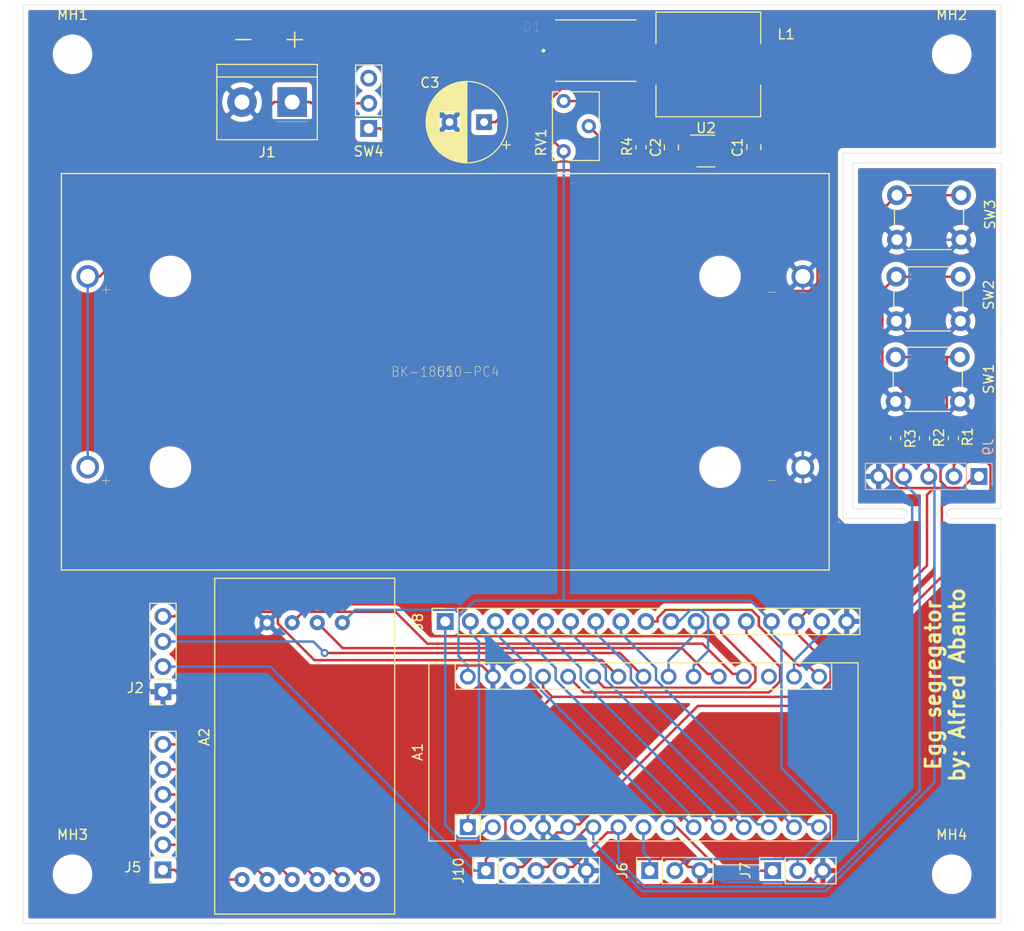
<source format=kicad_pcb>
(kicad_pcb (version 20171130) (host pcbnew "(5.1.6)-1")
  (layers (0 F.Cu signal) (31 B.Cu signal) (34 B.Paste user) (35 F.Paste user) (36 B.SilkS user) (37 F.SilkS user) (38 B.Mask user) (39 F.Mask user) (44 Edge.Cuts user))
  (net 0 "")
  (net 1 /D1)
  (net 2 +3V3)
  (net 3 /D0)
  (net 4 "Net-(A1-Pad18)")
  (net 5 "Net-(A1-Pad3)")
  (net 6 /DT)
  (net 7 GND)
  (net 8 /SCK)
  (net 9 /Menu_btn)
  (net 10 /A2)
  (net 11 /Left_btn)
  (net 12 /A3)
  (net 13 /Right_btn)
  (net 14 /SDA)
  (net 15 /PWM1)
  (net 16 /SCL)
  (net 17 /PWM2)
  (net 18 /A4)
  (net 19 /D7)
  (net 20 /A5)
  (net 21 /D8)
  (net 22 +5V)
  (net 23 /D9)
  (net 24 "Net-(A1-Pad28)")
  (net 25 /D10)
  (net 26 /D11)
  (net 27 VCC)
  (net 28 /D12)
  (net 29 /D13)
  (net 30 "Net-(C1-Pad1)")
  (net 31 "Net-(D1-PadA)")
  (net 32 "Net-(J1-Pad1)")
  (net 33 /E+)
  (net 34 /E-)
  (net 35 /A-)
  (net 36 /A+)
  (net 37 /B-)
  (net 38 /B+)
  (net 39 "Net-(R4-Pad1)")
  (net 40 "Net-(RV1-Pad2)")
  (net 41 "Net-(SW4-Pad3)")
  (net 42 "Net-(U2-Pad6)")
  (module Module:Arduino_Nano (layer F.Cu) (at 136.017 118.237 90)
    (fp_text reference A1 (at 7.62 -5.08 90) (layer F.SilkS))
    (fp_text value Arduino_Nano_v3.x)
    (pad 1 thru_hole rect (at 0 0 90) (size 1.6 1.6) (drill 1) (layers *.Cu *.Mask) (net 1 /D1))
    (pad 17 thru_hole oval (at 15.24 33.02 90) (size 1.6 1.6) (drill 1) (layers *.Cu *.Mask) (net 2 +3V3))
    (pad 2 thru_hole oval (at 0 2.54 90) (size 1.6 1.6) (drill 1) (layers *.Cu *.Mask) (net 3 /D0))
    (pad 18 thru_hole oval (at 15.24 30.48 90) (size 1.6 1.6) (drill 1) (layers *.Cu *.Mask) (net 4 "Net-(A1-Pad18)"))
    (pad 3 thru_hole oval (at 0 5.08 90) (size 1.6 1.6) (drill 1) (layers *.Cu *.Mask) (net 5 "Net-(A1-Pad3)"))
    (pad 19 thru_hole oval (at 15.24 27.94 90) (size 1.6 1.6) (drill 1) (layers *.Cu *.Mask) (net 6 /DT))
    (pad 4 thru_hole oval (at 0 7.62 90) (size 1.6 1.6) (drill 1) (layers *.Cu *.Mask) (net 7 GND))
    (pad 20 thru_hole oval (at 15.24 25.4 90) (size 1.6 1.6) (drill 1) (layers *.Cu *.Mask) (net 8 /SCK))
    (pad 5 thru_hole oval (at 0 10.16 90) (size 1.6 1.6) (drill 1) (layers *.Cu *.Mask) (net 9 /Menu_btn))
    (pad 21 thru_hole oval (at 15.24 22.86 90) (size 1.6 1.6) (drill 1) (layers *.Cu *.Mask) (net 10 /A2))
    (pad 6 thru_hole oval (at 0 12.7 90) (size 1.6 1.6) (drill 1) (layers *.Cu *.Mask) (net 11 /Left_btn))
    (pad 22 thru_hole oval (at 15.24 20.32 90) (size 1.6 1.6) (drill 1) (layers *.Cu *.Mask) (net 12 /A3))
    (pad 7 thru_hole oval (at 0 15.24 90) (size 1.6 1.6) (drill 1) (layers *.Cu *.Mask) (net 13 /Right_btn))
    (pad 23 thru_hole oval (at 15.24 17.78 90) (size 1.6 1.6) (drill 1) (layers *.Cu *.Mask) (net 14 /SDA))
    (pad 8 thru_hole oval (at 0 17.78 90) (size 1.6 1.6) (drill 1) (layers *.Cu *.Mask) (net 15 /PWM1))
    (pad 24 thru_hole oval (at 15.24 15.24 90) (size 1.6 1.6) (drill 1) (layers *.Cu *.Mask) (net 16 /SCL))
    (pad 9 thru_hole oval (at 0 20.32 90) (size 1.6 1.6) (drill 1) (layers *.Cu *.Mask) (net 17 /PWM2))
    (pad 25 thru_hole oval (at 15.24 12.7 90) (size 1.6 1.6) (drill 1) (layers *.Cu *.Mask) (net 18 /A4))
    (pad 10 thru_hole oval (at 0 22.86 90) (size 1.6 1.6) (drill 1) (layers *.Cu *.Mask) (net 19 /D7))
    (pad 26 thru_hole oval (at 15.24 10.16 90) (size 1.6 1.6) (drill 1) (layers *.Cu *.Mask) (net 20 /A5))
    (pad 11 thru_hole oval (at 0 25.4 90) (size 1.6 1.6) (drill 1) (layers *.Cu *.Mask) (net 21 /D8))
    (pad 27 thru_hole oval (at 15.24 7.62 90) (size 1.6 1.6) (drill 1) (layers *.Cu *.Mask) (net 22 +5V))
    (pad 12 thru_hole oval (at 0 27.94 90) (size 1.6 1.6) (drill 1) (layers *.Cu *.Mask) (net 23 /D9))
    (pad 28 thru_hole oval (at 15.24 5.08 90) (size 1.6 1.6) (drill 1) (layers *.Cu *.Mask) (net 24 "Net-(A1-Pad28)"))
    (pad 13 thru_hole oval (at 0 30.48 90) (size 1.6 1.6) (drill 1) (layers *.Cu *.Mask) (net 25 /D10))
    (pad 29 thru_hole oval (at 15.24 2.54 90) (size 1.6 1.6) (drill 1) (layers *.Cu *.Mask) (net 7 GND))
    (pad 14 thru_hole oval (at 0 33.02 90) (size 1.6 1.6) (drill 1) (layers *.Cu *.Mask) (net 26 /D11))
    (pad 30 thru_hole oval (at 15.24 0 90) (size 1.6 1.6) (drill 1) (layers *.Cu *.Mask) (net 27 VCC))
    (pad 15 thru_hole oval (at 0 35.56 90) (size 1.6 1.6) (drill 1) (layers *.Cu *.Mask) (net 28 /D12))
    (pad 16 thru_hole oval (at 15.24 35.56 90) (size 1.6 1.6) (drill 1) (layers *.Cu *.Mask) (net 29 /D13))
  )
  (module MountingHole:MountingHole_3mm (layer F.Cu) (at 185 123)
    (fp_text reference MH4 (at 0 -4) (layer F.SilkS))
    (fp_text value MountingHole_3mm)
    (pad 1 np_thru_hole circle (at 0 0) (size 3 3) (drill 3) (layers *.Cu *.Mask))
  )
  (module MountingHole:MountingHole_3mm (layer F.Cu) (at 185 40)
    (fp_text reference MH2 (at 0 -4) (layer F.SilkS))
    (fp_text value MountingHole_3mm)
    (pad 1 np_thru_hole circle (at 0 0) (size 3 3) (drill 3) (layers *.Cu *.Mask))
  )
  (module MountingHole:MountingHole_3mm (layer F.Cu) (at 96 123)
    (fp_text reference MH3 (at 0 -4) (layer F.SilkS))
    (fp_text value MountingHole_3mm)
    (pad 1 np_thru_hole circle (at 0 0) (size 3 3) (drill 3) (layers *.Cu *.Mask))
  )
  (module MountingHole:MountingHole_3mm (layer F.Cu) (at 96 40)
    (fp_text reference MH1 (at 0 -4) (layer F.SilkS))
    (fp_text value MountingHole_3mm)
    (pad 1 np_thru_hole circle (at 0 0) (size 3 3) (drill 3) (layers *.Cu *.Mask))
  )
  (module Capacitor_SMD:C_0805_2012Metric_Pad1.15x1.40mm_HandSolder (layer F.Cu) (at 164.973 49.403 270)
    (fp_text reference C1 (at 0.0254 1.651 270) (layer F.SilkS))
    (fp_text value 22uF)
    (pad 2 smd roundrect (at 1.025 0 270) (size 1.15 1.4) (layers F.Cu F.Paste F.Mask) (roundrect_rratio 0.217391) (net 7 GND))
    (pad 1 smd roundrect (at -1.025 0 270) (size 1.15 1.4) (layers F.Cu F.Paste F.Mask) (roundrect_rratio 0.217391) (net 30 "Net-(C1-Pad1)"))
  )
  (module Capacitor_SMD:C_0805_2012Metric_Pad1.15x1.40mm_HandSolder (layer F.Cu) (at 156.629 49.4284 270)
    (fp_text reference C2 (at 0.0127 1.5875 270) (layer F.SilkS))
    (fp_text value 22uF)
    (pad 1 smd roundrect (at -1.025 0 270) (size 1.15 1.4) (layers F.Cu F.Paste F.Mask) (roundrect_rratio 0.217391) (net 27 VCC))
    (pad 2 smd roundrect (at 1.025 0 270) (size 1.15 1.4) (layers F.Cu F.Paste F.Mask) (roundrect_rratio 0.217391) (net 7 GND))
  )
  (module Capacitor_THT:CP_Radial_D8.0mm_P3.50mm (layer F.Cu) (at 137.668 46.863 180)
    (fp_text reference C3 (at 5.4864 3.9878) (layer F.SilkS))
    (fp_text value 100uF)
    (pad 1 thru_hole rect (at 0 0 180) (size 1.6 1.6) (drill 0.8) (layers *.Cu *.Mask) (net 27 VCC))
    (pad 2 thru_hole circle (at 3.5 0 180) (size 1.6 1.6) (drill 0.8) (layers *.Cu *.Mask) (net 7 GND))
  )
  (module SS34-E3_57T:DIOM7959X262N (layer F.Cu) (at 148.971 39.624)
    (fp_text reference D1 (at -6.477 -2.413) (layer F.SilkS) (effects (font (thickness 0.015))))
    (fp_text value SS34-E3_57T)
    (pad C smd rect (at -3.485 0) (size 2.18 3.12) (layers F.Cu F.Paste F.Mask) (net 27 VCC))
    (pad A smd rect (at 3.485 0) (size 2.18 3.12) (layers F.Cu F.Paste F.Mask) (net 31 "Net-(D1-PadA)"))
  )
  (module TerminalBlock:TerminalBlock_bornier-2_P5.08mm (layer F.Cu) (at 118.237 44.831 180)
    (fp_text reference J1 (at 2.54 -5.08) (layer F.SilkS))
    (fp_text value V_charge)
    (pad 1 thru_hole rect (at 0 0 180) (size 3 3) (drill 1.52) (layers *.Cu *.Mask) (net 32 "Net-(J1-Pad1)"))
    (pad 2 thru_hole circle (at 5.08 0 180) (size 3 3) (drill 1.52) (layers *.Cu *.Mask) (net 7 GND))
  )
  (module Connector_PinSocket_2.54mm:PinSocket_1x04_P2.54mm_Vertical (layer F.Cu) (at 105.156 104.521 180)
    (fp_text reference J2 (at 2.794 0.381) (layer F.SilkS))
    (fp_text value I2C_LCD)
    (pad 4 thru_hole oval (at 0 7.62 180) (size 1.7 1.7) (drill 1) (layers *.Cu *.Mask) (net 16 /SCL))
    (pad 3 thru_hole oval (at 0 5.08 180) (size 1.7 1.7) (drill 1) (layers *.Cu *.Mask) (net 14 /SDA))
    (pad 2 thru_hole oval (at 0 2.54 180) (size 1.7 1.7) (drill 1) (layers *.Cu *.Mask) (net 22 +5V))
    (pad 1 thru_hole rect (at 0 0 180) (size 1.7 1.7) (drill 1) (layers *.Cu *.Mask) (net 7 GND))
  )
  (module Connector_PinSocket_2.54mm:PinSocket_1x06_P2.54mm_Vertical (layer F.Cu) (at 105.156 122.555 180)
    (fp_text reference J5 (at 3.048 0.254) (layer F.SilkS))
    (fp_text value Loadcell)
    (pad 6 thru_hole oval (at 0 12.7 180) (size 1.7 1.7) (drill 1) (layers *.Cu *.Mask) (net 38 /B+))
    (pad 5 thru_hole oval (at 0 10.16 180) (size 1.7 1.7) (drill 1) (layers *.Cu *.Mask) (net 37 /B-))
    (pad 4 thru_hole oval (at 0 7.62 180) (size 1.7 1.7) (drill 1) (layers *.Cu *.Mask) (net 36 /A+))
    (pad 3 thru_hole oval (at 0 5.08 180) (size 1.7 1.7) (drill 1) (layers *.Cu *.Mask) (net 35 /A-))
    (pad 2 thru_hole oval (at 0 2.54 180) (size 1.7 1.7) (drill 1) (layers *.Cu *.Mask) (net 34 /E-))
    (pad 1 thru_hole rect (at 0 0 180) (size 1.7 1.7) (drill 1) (layers *.Cu *.Mask) (net 33 /E+))
  )
  (module Connector_PinSocket_2.54mm:PinSocket_1x03_P2.54mm_Vertical (layer F.Cu) (at 154.432 122.631 90)
    (fp_text reference J6 (at 0 -2.77 90) (layer F.SilkS))
    (fp_text value Servo1)
    (pad 1 thru_hole rect (at 0 0 90) (size 1.7 1.7) (drill 1) (layers *.Cu *.Mask) (net 15 /PWM1))
    (pad 2 thru_hole oval (at 0 2.54 90) (size 1.7 1.7) (drill 1) (layers *.Cu *.Mask) (net 27 VCC))
    (pad 3 thru_hole oval (at 0 5.08 90) (size 1.7 1.7) (drill 1) (layers *.Cu *.Mask) (net 7 GND))
  )
  (module Connector_PinSocket_2.54mm:PinSocket_1x03_P2.54mm_Vertical (layer F.Cu) (at 166.878 122.631 90)
    (fp_text reference J7 (at 0 -2.77 90) (layer F.SilkS))
    (fp_text value Servo2)
    (pad 3 thru_hole oval (at 0 5.08 90) (size 1.7 1.7) (drill 1) (layers *.Cu *.Mask) (net 7 GND))
    (pad 2 thru_hole oval (at 0 2.54 90) (size 1.7 1.7) (drill 1) (layers *.Cu *.Mask) (net 27 VCC))
    (pad 1 thru_hole rect (at 0 0 90) (size 1.7 1.7) (drill 1) (layers *.Cu *.Mask) (net 17 /PWM2))
  )
  (module Connector_PinSocket_2.54mm:PinSocket_1x17_P2.54mm_Vertical (layer F.Cu) (at 133.731 97.409 90)
    (fp_text reference J8 (at 0 -2.77 90) (layer F.SilkS))
    (fp_text value Break_out)
    (pad 1 thru_hole rect (at 0 0 90) (size 1.7 1.7) (drill 1) (layers *.Cu *.Mask) (net 3 /D0))
    (pad 2 thru_hole oval (at 0 2.54 90) (size 1.7 1.7) (drill 1) (layers *.Cu *.Mask) (net 1 /D1))
    (pad 3 thru_hole oval (at 0 5.08 90) (size 1.7 1.7) (drill 1) (layers *.Cu *.Mask) (net 19 /D7))
    (pad 4 thru_hole oval (at 0 7.62 90) (size 1.7 1.7) (drill 1) (layers *.Cu *.Mask) (net 21 /D8))
    (pad 5 thru_hole oval (at 0 10.16 90) (size 1.7 1.7) (drill 1) (layers *.Cu *.Mask) (net 23 /D9))
    (pad 6 thru_hole oval (at 0 12.7 90) (size 1.7 1.7) (drill 1) (layers *.Cu *.Mask) (net 25 /D10))
    (pad 7 thru_hole oval (at 0 15.24 90) (size 1.7 1.7) (drill 1) (layers *.Cu *.Mask) (net 26 /D11))
    (pad 8 thru_hole oval (at 0 17.78 90) (size 1.7 1.7) (drill 1) (layers *.Cu *.Mask) (net 28 /D12))
    (pad 9 thru_hole oval (at 0 20.32 90) (size 1.7 1.7) (drill 1) (layers *.Cu *.Mask) (net 29 /D13))
    (pad 10 thru_hole oval (at 0 22.86 90) (size 1.7 1.7) (drill 1) (layers *.Cu *.Mask) (net 10 /A2))
    (pad 11 thru_hole oval (at 0 25.4 90) (size 1.7 1.7) (drill 1) (layers *.Cu *.Mask) (net 12 /A3))
    (pad 12 thru_hole oval (at 0 27.94 90) (size 1.7 1.7) (drill 1) (layers *.Cu *.Mask) (net 18 /A4))
    (pad 13 thru_hole oval (at 0 30.48 90) (size 1.7 1.7) (drill 1) (layers *.Cu *.Mask) (net 20 /A5))
    (pad 14 thru_hole oval (at 0 33.02 90) (size 1.7 1.7) (drill 1) (layers *.Cu *.Mask) (net 27 VCC))
    (pad 15 thru_hole oval (at 0 35.56 90) (size 1.7 1.7) (drill 1) (layers *.Cu *.Mask) (net 22 +5V))
    (pad 16 thru_hole oval (at 0 38.1 90) (size 1.7 1.7) (drill 1) (layers *.Cu *.Mask) (net 2 +3V3))
    (pad 17 thru_hole oval (at 0 40.64 90) (size 1.7 1.7) (drill 1) (layers *.Cu *.Mask) (net 7 GND))
  )
  (module Inductor_SMD:L_10.4x10.4_H4.8 (layer F.Cu) (at 160.363 41.021 180)
    (fp_text reference L1 (at -7.874 3.048) (layer F.SilkS))
    (fp_text value 22uH)
    (pad 1 smd rect (at -4.15 0 180) (size 2.7 3.6) (layers F.Cu F.Paste F.Mask) (net 30 "Net-(C1-Pad1)"))
    (pad 2 smd rect (at 4.15 0 180) (size 2.7 3.6) (layers F.Cu F.Paste F.Mask) (net 31 "Net-(D1-PadA)"))
  )
  (module Resistor_SMD:R_0603_1608Metric_Pad1.05x0.95mm_HandSolder (layer F.Cu) (at 185.166 78.867 90)
    (fp_text reference R1 (at 0.1524 1.4478 270) (layer F.SilkS))
    (fp_text value 1K)
    (pad 1 smd roundrect (at -0.875 0 90) (size 1.05 0.95) (layers F.Cu F.Paste F.Mask) (net 22 +5V))
    (pad 2 smd roundrect (at 0.875 0 90) (size 1.05 0.95) (layers F.Cu F.Paste F.Mask) (net 9 /Menu_btn))
  )
  (module Resistor_SMD:R_0603_1608Metric_Pad1.05x0.95mm_HandSolder (layer F.Cu) (at 182.245 78.867 90)
    (fp_text reference R2 (at 0.0508 1.4732 270) (layer F.SilkS))
    (fp_text value 1K)
    (pad 2 smd roundrect (at 0.875 0 90) (size 1.05 0.95) (layers F.Cu F.Paste F.Mask) (net 11 /Left_btn))
    (pad 1 smd roundrect (at -0.875 0 90) (size 1.05 0.95) (layers F.Cu F.Paste F.Mask) (net 22 +5V))
  )
  (module Resistor_SMD:R_0603_1608Metric_Pad1.05x0.95mm_HandSolder (layer F.Cu) (at 179.324 78.867 90)
    (fp_text reference R3 (at -0.0508 1.4986 90) (layer F.SilkS))
    (fp_text value 1K)
    (pad 1 smd roundrect (at -0.875 0 90) (size 1.05 0.95) (layers F.Cu F.Paste F.Mask) (net 22 +5V))
    (pad 2 smd roundrect (at 0.875 0 90) (size 1.05 0.95) (layers F.Cu F.Paste F.Mask) (net 13 /Right_btn))
  )
  (module Resistor_SMD:R_0603_1608Metric_Pad1.05x0.95mm_HandSolder (layer F.Cu) (at 153.543 49.403 270)
    (fp_text reference R4 (at -0.0635 1.397 270) (layer F.SilkS))
    (fp_text value 2.2K)
    (pad 2 smd roundrect (at 0.875 0 270) (size 1.05 0.95) (layers F.Cu F.Paste F.Mask) (net 7 GND))
    (pad 1 smd roundrect (at -0.875 0 270) (size 1.05 0.95) (layers F.Cu F.Paste F.Mask) (net 39 "Net-(R4-Pad1)"))
  )
  (module Potentiometer_THT:Potentiometer_Bourns_3266W_Vertical (layer F.Cu) (at 145.72 44.7294 90)
    (fp_text reference RV1 (at -4.191 -2.286 90) (layer F.SilkS))
    (fp_text value 100K)
    (pad 1 thru_hole circle (at 0 0 90) (size 1.44 1.44) (drill 0.8) (layers *.Cu *.Mask) (net 39 "Net-(R4-Pad1)"))
    (pad 2 thru_hole circle (at -2.54 2.54 90) (size 1.44 1.44) (drill 0.8) (layers *.Cu *.Mask) (net 40 "Net-(RV1-Pad2)"))
    (pad 3 thru_hole circle (at -5.08 0 90) (size 1.44 1.44) (drill 0.8) (layers *.Cu *.Mask) (net 27 VCC))
  )
  (module Button_Switch_THT:SW_PUSH_6mm (layer F.Cu) (at 185.826 75.1459 180)
    (fp_text reference SW1 (at -2.921 2.286 90) (layer F.SilkS))
    (fp_text value Menu_btn)
    (pad 2 thru_hole circle (at 0 4.5 270) (size 2 2) (drill 1.1) (layers *.Cu *.Mask) (net 9 /Menu_btn))
    (pad 1 thru_hole circle (at 0 0 270) (size 2 2) (drill 1.1) (layers *.Cu *.Mask) (net 7 GND))
    (pad 2 thru_hole circle (at 6.5 4.5 270) (size 2 2) (drill 1.1) (layers *.Cu *.Mask) (net 9 /Menu_btn))
    (pad 1 thru_hole circle (at 6.5 0 270) (size 2 2) (drill 1.1) (layers *.Cu *.Mask) (net 7 GND))
  )
  (module Button_Switch_THT:SW_PUSH_6mm (layer F.Cu) (at 185.891 67.0089 180)
    (fp_text reference SW2 (at -2.856001 2.657999 90) (layer F.SilkS))
    (fp_text value Left_btn)
    (pad 1 thru_hole circle (at 6.5 0 270) (size 2 2) (drill 1.1) (layers *.Cu *.Mask) (net 7 GND))
    (pad 2 thru_hole circle (at 6.5 4.5 270) (size 2 2) (drill 1.1) (layers *.Cu *.Mask) (net 11 /Left_btn))
    (pad 1 thru_hole circle (at 0 0 270) (size 2 2) (drill 1.1) (layers *.Cu *.Mask) (net 7 GND))
    (pad 2 thru_hole circle (at 0 4.5 270) (size 2 2) (drill 1.1) (layers *.Cu *.Mask) (net 11 /Left_btn))
  )
  (module Button_Switch_THT:SW_PUSH_6mm (layer F.Cu) (at 185.953 58.7629 180)
    (fp_text reference SW3 (at -2.921 2.54 90) (layer F.SilkS))
    (fp_text value Right_btn)
    (pad 2 thru_hole circle (at 0 4.5 270) (size 2 2) (drill 1.1) (layers *.Cu *.Mask) (net 13 /Right_btn))
    (pad 1 thru_hole circle (at 0 0 270) (size 2 2) (drill 1.1) (layers *.Cu *.Mask) (net 7 GND))
    (pad 2 thru_hole circle (at 6.5 4.5 270) (size 2 2) (drill 1.1) (layers *.Cu *.Mask) (net 13 /Right_btn))
    (pad 1 thru_hole circle (at 6.5 0 270) (size 2 2) (drill 1.1) (layers *.Cu *.Mask) (net 7 GND))
  )
  (module Connector_PinHeader_2.54mm:PinHeader_1x03_P2.54mm_Vertical (layer F.Cu) (at 125.984 47.498 180)
    (fp_text reference SW4 (at 0 -2.33) (layer F.SilkS))
    (fp_text value PWR_SW)
    (pad 1 thru_hole rect (at 0 0 180) (size 1.7 1.7) (drill 1) (layers *.Cu *.Mask) (net 30 "Net-(C1-Pad1)"))
    (pad 2 thru_hole oval (at 0 2.54 180) (size 1.7 1.7) (drill 1) (layers *.Cu *.Mask) (net 32 "Net-(J1-Pad1)"))
    (pad 3 thru_hole oval (at 0 5.08 180) (size 1.7 1.7) (drill 1) (layers *.Cu *.Mask) (net 41 "Net-(SW4-Pad3)"))
  )
  (module BK-18650-PC4:18650-PC4 (layer F.Cu) (at 133.731 72.136)
    (fp_text reference U1 (at 0 0) (layer F.SilkS) (effects (font (size 1 0.9) (thickness 0.05))))
    (fp_text value BK-18650-PC4 (at 0 0) (layer F.SilkS) (effects (font (size 1 0.9) (thickness 0.05))))
    (fp_text user + (at -34.3348 -8.39295) (layer F.SilkS) (effects (font (thickness 0.05))))
    (fp_text user + (at -34.3377 10.9372) (layer F.SilkS) (effects (font (thickness 0.05))))
    (fp_text user - (at 33.0486 -8.13503) (layer F.SilkS) (effects (font (thickness 0.05))))
    (fp_text user - (at 33.0231 10.923) (layer F.SilkS) (effects (font (thickness 0.05))))
    (pad +1 thru_hole circle (at -36.195 -9.652) (size 2.286 2.286) (drill 1.524) (layers *.Cu *.Mask) (net 32 "Net-(J1-Pad1)"))
    (pad 1 thru_hole circle (at 36.195 -9.652) (size 2.286 2.286) (drill 1.524) (layers *.Cu *.Mask) (net 7 GND))
    (pad 2 thru_hole circle (at 36.195 9.652) (size 2.286 2.286) (drill 1.524) (layers *.Cu *.Mask) (net 7 GND))
    (pad +2 thru_hole circle (at -36.195 9.652) (size 2.286 2.286) (drill 1.524) (layers *.Cu *.Mask) (net 32 "Net-(J1-Pad1)"))
    (pad Hole np_thru_hole circle (at -27.813 -9.652) (size 3.2004 3.2004) (drill 3.2004) (layers *.Cu *.Mask F.SilkS))
    (pad Hole np_thru_hole circle (at -27.813 9.652) (size 3.2004 3.2004) (drill 3.2004) (layers *.Cu *.Mask F.SilkS))
    (pad Hole np_thru_hole circle (at 27.813 9.652) (size 3.2004 3.2004) (drill 3.2004) (layers *.Cu *.Mask F.SilkS))
    (pad Hole np_thru_hole circle (at 27.813 -9.652) (size 3.2004 3.2004) (drill 3.2004) (layers *.Cu *.Mask F.SilkS))
  )
  (module Package_TO_SOT_SMD:SOT-23-6 (layer F.Cu) (at 160.109 49.784)
    (fp_text reference U2 (at 0.012501 -2.327499) (layer F.SilkS))
    (fp_text value MT3608)
    (pad 1 smd rect (at -1.1 -0.95) (size 1.06 0.65) (layers F.Cu F.Paste F.Mask) (net 31 "Net-(D1-PadA)"))
    (pad 2 smd rect (at -1.1 0) (size 1.06 0.65) (layers F.Cu F.Paste F.Mask) (net 7 GND))
    (pad 3 smd rect (at -1.1 0.95) (size 1.06 0.65) (layers F.Cu F.Paste F.Mask) (net 40 "Net-(RV1-Pad2)"))
    (pad 4 smd rect (at 1.1 0.95) (size 1.06 0.65) (layers F.Cu F.Paste F.Mask) (net 30 "Net-(C1-Pad1)"))
    (pad 6 smd rect (at 1.1 -0.95) (size 1.06 0.65) (layers F.Cu F.Paste F.Mask) (net 42 "Net-(U2-Pad6)"))
    (pad 5 smd rect (at 1.1 0) (size 1.06 0.65) (layers F.Cu F.Paste F.Mask) (net 30 "Net-(C1-Pad1)"))
  )
  (module Generic_Hx711_module:Generic_Hx711_module (layer F.Cu) (at 115.697 97.536 90)
    (fp_text reference A2 (at -11.557 -6.35 90) (layer F.SilkS))
    (fp_text value Generi_Hx711_module)
    (pad 1 thru_hole circle (at 0 0 90) (size 1.524 1.524) (drill 0.762) (layers *.Cu *.Mask) (net 7 GND))
    (pad 2 thru_hole circle (at 0 2.54 90) (size 1.524 1.524) (drill 0.762) (layers *.Cu *.Mask) (net 6 /DT))
    (pad 3 thru_hole circle (at 0 5.08 90) (size 1.524 1.524) (drill 0.762) (layers *.Cu *.Mask) (net 8 /SCK))
    (pad 4 thru_hole circle (at 0 7.62 90) (size 1.524 1.524) (drill 0.762) (layers *.Cu *.Mask) (net 27 VCC))
    (pad 6 thru_hole circle (at -26 0 90) (size 1.524 1.524) (drill 0.762) (layers *.Cu *.Mask) (net 34 /E-))
    (pad 7 thru_hole circle (at -26 2.54 90) (size 1.524 1.524) (drill 0.762) (layers *.Cu *.Mask) (net 35 /A-))
    (pad 8 thru_hole circle (at -26 5.08 90) (size 1.524 1.524) (drill 0.762) (layers *.Cu *.Mask) (net 36 /A+))
    (pad 9 thru_hole circle (at -26 7.62 90) (size 1.524 1.524) (drill 0.762) (layers *.Cu *.Mask) (net 37 /B-))
    (pad 10 thru_hole circle (at -26 10.16 90) (size 1.524 1.524) (drill 0.762) (layers *.Cu *.Mask) (net 38 /B+))
    (pad 5 thru_hole circle (at -26 -2.54 90) (size 1.524 1.524) (drill 0.762) (layers *.Cu *.Mask) (net 33 /E+))
  )
  (module Connector_PinSocket_2.54mm:PinSocket_1x05_P2.54mm_Vertical (layer B.Cu) (at 187.757 82.7278 90)
    (fp_text reference J9 (at 2.9718 0.9398 90) (layer B.SilkS) (effects (justify mirror)))
    (fp_text value Breakout_pinheader2)
    (pad 1 thru_hole rect (at 0 0 90) (size 1.7 1.7) (drill 1) (layers *.Cu *.Mask) (net 22 +5V))
    (pad 2 thru_hole oval (at 0 -2.54 90) (size 1.7 1.7) (drill 1) (layers *.Cu *.Mask) (net 9 /Menu_btn))
    (pad 3 thru_hole oval (at 0 -5.08 90) (size 1.7 1.7) (drill 1) (layers *.Cu *.Mask) (net 11 /Left_btn))
    (pad 4 thru_hole oval (at 0 -7.62 90) (size 1.7 1.7) (drill 1) (layers *.Cu *.Mask) (net 13 /Right_btn))
    (pad 5 thru_hole oval (at 0 -10.16 90) (size 1.7 1.7) (drill 1) (layers *.Cu *.Mask) (net 7 GND))
  )
  (module Connector_PinSocket_2.54mm:PinSocket_1x05_P2.54mm_Vertical (layer F.Cu) (at 137.846 122.631 90)
    (fp_text reference J10 (at 0 -2.77 90) (layer F.SilkS))
    (fp_text value Breakout_pinheader1)
    (pad 1 thru_hole rect (at 0 0 90) (size 1.7 1.7) (drill 1) (layers *.Cu *.Mask) (net 22 +5V))
    (pad 2 thru_hole oval (at 0 2.54 90) (size 1.7 1.7) (drill 1) (layers *.Cu *.Mask) (net 9 /Menu_btn))
    (pad 3 thru_hole oval (at 0 5.08 90) (size 1.7 1.7) (drill 1) (layers *.Cu *.Mask) (net 11 /Left_btn))
    (pad 4 thru_hole oval (at 0 7.62 90) (size 1.7 1.7) (drill 1) (layers *.Cu *.Mask) (net 13 /Right_btn))
    (pad 5 thru_hole oval (at 0 10.16 90) (size 1.7 1.7) (drill 1) (layers *.Cu *.Mask) (net 7 GND))
  )
  (gr_line (start 189.992 87) (end 185 87) (layer Edge.Cuts) (width 0.05))
  (gr_arc (start 185 86.5) (end 185 86) (angle -180) (layer Edge.Cuts) (width 0.05))
  (gr_arc (start 180 86.5) (end 180 87) (angle -180) (layer Edge.Cuts) (width 0.05))
  (gr_line (start 174 87) (end 180 87) (layer Edge.Cuts) (width 0.05))
  (gr_text "Egg segregator\nby: Alfred Abanto" (at 184.3405 103.8352 90) (layer F.SilkS) (effects (font (size 1.5 1.5) (thickness 0.3))))
  (gr_line (start 189.992 87) (end 190 128) (layer Edge.Cuts) (width 0.05))
  (gr_line (start 190 51) (end 189.992 86) (layer Edge.Cuts) (width 0.05))
  (gr_line (start 190 35) (end 190 50) (layer Edge.Cuts) (width 0.05))
  (gr_line (start 189.992 86) (end 185 86) (layer Edge.Cuts) (width 0.05))
  (gr_line (start 175 86) (end 180 86) (layer Edge.Cuts) (width 0.05))
  (gr_line (start 175 51) (end 175 86) (layer Edge.Cuts) (width 0.05))
  (gr_line (start 190 51) (end 175 51) (layer Edge.Cuts) (width 0.05))
  (gr_line (start 174 50) (end 174 87) (layer Edge.Cuts) (width 0.05))
  (gr_line (start 190 50) (end 174 50) (layer Edge.Cuts) (width 0.05))
  (gr_text - (at 113.284 38.354) (layer F.SilkS) (effects (font (size 2 2))))
  (gr_text + (at 118.491 38.354) (layer F.SilkS) (effects (font (size 2 2))))
  (gr_line (start 190 35) (end 91 35) (layer Edge.Cuts) (width 0.05))
  (gr_line (start 91 128) (end 91 35) (layer Edge.Cuts) (width 0.05))
  (gr_line (start 190 128) (end 91 128) (layer Edge.Cuts) (width 0.05))
  (segment (start 136.017 118.237) (end 136.017 117.1117) (width 0.25) (layer B.Cu) (net 1))
  (segment (start 136.271 97.409) (end 136.271 98.5843) (width 0.25) (layer B.Cu) (net 1))
  (segment (start 136.271 98.5843) (end 137.1423 99.4556) (width 0.25) (layer B.Cu) (net 1))
  (segment (start 137.1423 99.4556) (end 137.1423 115.9864) (width 0.25) (layer B.Cu) (net 1))
  (segment (start 137.1423 115.9864) (end 136.017 117.1117) (width 0.25) (layer B.Cu) (net 1))
  (segment (start 171.831 97.409) (end 171.831 98.5843) (width 0.25) (layer B.Cu) (net 2))
  (segment (start 171.831 98.5843) (end 169.037 101.3783) (width 0.25) (layer B.Cu) (net 2))
  (segment (start 169.037 101.3783) (end 169.037 102.997) (width 0.25) (layer B.Cu) (net 2))
  (segment (start 133.731 118.0115) (end 133.731 97.409) (width 0.25) (layer B.Cu) (net 3))
  (segment (start 137.0098 119.3623) (end 135.0818 119.3623) (width 0.25) (layer B.Cu) (net 3))
  (segment (start 135.0818 119.3623) (end 133.731 118.0115) (width 0.25) (layer B.Cu) (net 3))
  (segment (start 138.557 118.237) (end 138.1351 118.237) (width 0.25) (layer B.Cu) (net 3))
  (segment (start 138.1351 118.237) (end 137.0098 119.3623) (width 0.25) (layer B.Cu) (net 3))
  (segment (start 162.8317 102.7157) (end 159.775 99.659) (width 0.25) (layer F.Cu) (net 6))
  (segment (start 159.775 99.659) (end 131.9179 99.659) (width 0.25) (layer F.Cu) (net 6))
  (segment (start 131.9179 99.659) (end 128.6879 96.429) (width 0.25) (layer F.Cu) (net 6))
  (segment (start 128.6879 96.429) (end 119.344 96.429) (width 0.25) (layer F.Cu) (net 6))
  (segment (start 119.344 96.429) (end 118.237 97.536) (width 0.25) (layer F.Cu) (net 6))
  (segment (start 163.6757 102.7157) (end 163.957 102.997) (width 0.25) (layer F.Cu) (net 6))
  (segment (start 162.8317 102.7157) (end 163.6757 102.7157) (width 0.25) (layer F.Cu) (net 6))
  (segment (start 169.926 81.788) (end 169.926 62.484) (width 0.25) (layer B.Cu) (net 7))
  (segment (start 177.1003 90.603) (end 169.926 83.4287) (width 0.25) (layer B.Cu) (net 7))
  (segment (start 169.926 83.4287) (end 169.926 81.788) (width 0.25) (layer B.Cu) (net 7))
  (segment (start 180.7259 65.674) (end 179.391 67.0089) (width 0.25) (layer B.Cu) (net 7))
  (segment (start 180.7259 60.0358) (end 180.7259 65.674) (width 0.25) (layer B.Cu) (net 7))
  (segment (start 180.7259 65.674) (end 184.5561 65.674) (width 0.25) (layer B.Cu) (net 7))
  (segment (start 184.5561 65.674) (end 185.891 67.0089) (width 0.25) (layer B.Cu) (net 7))
  (segment (start 180.6601 74.4788) (end 185.1589 74.4788) (width 0.25) (layer B.Cu) (net 7))
  (segment (start 185.1589 74.4788) (end 185.826 75.1459) (width 0.25) (layer B.Cu) (net 7))
  (segment (start 179.326 75.1459) (end 179.9931 74.4788) (width 0.25) (layer B.Cu) (net 7))
  (segment (start 179.9931 74.4788) (end 180.6601 74.4788) (width 0.25) (layer B.Cu) (net 7))
  (segment (start 180.6601 74.4788) (end 180.6601 68.278) (width 0.25) (layer B.Cu) (net 7))
  (segment (start 180.6601 68.278) (end 179.391 67.0089) (width 0.25) (layer B.Cu) (net 7))
  (segment (start 148.006 122.631) (end 149.1813 122.631) (width 0.25) (layer F.Cu) (net 7))
  (segment (start 149.1813 122.631) (end 150.3566 121.4557) (width 0.25) (layer F.Cu) (net 7))
  (segment (start 150.3566 121.4557) (end 157.5288 121.4557) (width 0.25) (layer F.Cu) (net 7))
  (segment (start 157.5288 121.4557) (end 158.3367 122.2636) (width 0.25) (layer F.Cu) (net 7))
  (segment (start 115.697 97.536) (end 108.712 104.521) (width 0.25) (layer F.Cu) (net 7))
  (segment (start 108.712 104.521) (end 105.156 104.521) (width 0.25) (layer F.Cu) (net 7))
  (segment (start 179.453 58.7629) (end 180.7259 60.0358) (width 0.25) (layer B.Cu) (net 7))
  (segment (start 185.953 58.7629) (end 181.9988 58.7629) (width 0.25) (layer B.Cu) (net 7))
  (segment (start 181.9988 58.7629) (end 180.7259 60.0358) (width 0.25) (layer B.Cu) (net 7))
  (segment (start 174.371 97.409) (end 174.371 119.0427) (width 0.25) (layer B.Cu) (net 7))
  (segment (start 174.371 119.0427) (end 171.958 121.4557) (width 0.25) (layer B.Cu) (net 7))
  (segment (start 177.597 82.7278) (end 177.597 76.8749) (width 0.25) (layer B.Cu) (net 7))
  (segment (start 177.597 76.8749) (end 179.326 75.1459) (width 0.25) (layer B.Cu) (net 7))
  (segment (start 153.543 50.278) (end 152.9662 50.8548) (width 0.25) (layer F.Cu) (net 7))
  (segment (start 152.9662 50.8548) (end 138.1598 50.8548) (width 0.25) (layer F.Cu) (net 7))
  (segment (start 138.1598 50.8548) (end 134.168 46.863) (width 0.25) (layer F.Cu) (net 7))
  (segment (start 156.629 50.4534) (end 156.4536 50.278) (width 0.25) (layer F.Cu) (net 7))
  (segment (start 156.4536 50.278) (end 153.543 50.278) (width 0.25) (layer F.Cu) (net 7))
  (segment (start 134.168 46.863) (end 133.6276 46.3226) (width 0.25) (layer B.Cu) (net 7))
  (segment (start 133.6276 46.3226) (end 122.7839 46.3226) (width 0.25) (layer B.Cu) (net 7))
  (segment (start 122.7839 46.3226) (end 122.4272 46.6793) (width 0.25) (layer B.Cu) (net 7))
  (segment (start 122.4272 46.6793) (end 115.0053 46.6793) (width 0.25) (layer B.Cu) (net 7))
  (segment (start 115.0053 46.6793) (end 113.157 44.831) (width 0.25) (layer B.Cu) (net 7))
  (segment (start 174.371 97.409) (end 174.371 96.2337) (width 0.25) (layer B.Cu) (net 7))
  (segment (start 174.371 96.2337) (end 177.1003 93.5044) (width 0.25) (layer B.Cu) (net 7))
  (segment (start 177.1003 93.5044) (end 177.1003 90.603) (width 0.25) (layer B.Cu) (net 7))
  (segment (start 171.958 122.631) (end 171.958 121.4557) (width 0.25) (layer B.Cu) (net 7))
  (segment (start 159.8643 51.3844) (end 164.0166 51.3844) (width 0.25) (layer F.Cu) (net 7))
  (segment (start 156.629 50.4534) (end 157.56 51.3844) (width 0.25) (layer F.Cu) (net 7))
  (segment (start 157.56 51.3844) (end 159.8643 51.3844) (width 0.25) (layer F.Cu) (net 7))
  (segment (start 164.0166 51.3844) (end 164.973 50.428) (width 0.25) (layer F.Cu) (net 7))
  (segment (start 169.926 62.484) (end 164.0166 56.5746) (width 0.25) (layer F.Cu) (net 7))
  (segment (start 164.0166 56.5746) (end 164.0166 51.3844) (width 0.25) (layer F.Cu) (net 7))
  (segment (start 143.637 118.237) (end 143.637 117.1117) (width 0.25) (layer B.Cu) (net 7))
  (segment (start 138.557 102.997) (end 138.557 112.0317) (width 0.25) (layer B.Cu) (net 7))
  (segment (start 138.557 112.0317) (end 143.637 117.1117) (width 0.25) (layer B.Cu) (net 7))
  (segment (start 178.2278 82.7278) (end 177.597 82.7278) (width 0.25) (layer B.Cu) (net 7))
  (segment (start 181 85.5) (end 178.2278 82.7278) (width 0.25) (layer B.Cu) (net 7))
  (segment (start 177.1003 90.603) (end 178.897 90.603) (width 0.25) (layer B.Cu) (net 7))
  (segment (start 178.897 90.603) (end 181 88.5) (width 0.25) (layer B.Cu) (net 7))
  (segment (start 137.4317 101.8717) (end 138.557 102.997) (width 0.25) (layer F.Cu) (net 7))
  (segment (start 115.697 97.536) (end 120.0327 101.8717) (width 0.25) (layer F.Cu) (net 7))
  (segment (start 120.0327 101.8717) (end 137.4317 101.8717) (width 0.25) (layer F.Cu) (net 7))
  (segment (start 159.1446 122.2636) (end 159.512 122.631) (width 0.25) (layer F.Cu) (net 7))
  (segment (start 158.3367 122.2636) (end 159.1446 122.2636) (width 0.25) (layer F.Cu) (net 7))
  (segment (start 161.8626 123.8063) (end 170.7827 123.8063) (width 0.25) (layer B.Cu) (net 7))
  (segment (start 170.7827 123.8063) (end 171.958 122.631) (width 0.25) (layer B.Cu) (net 7))
  (segment (start 159.512 122.631) (end 160.6873 122.631) (width 0.25) (layer B.Cu) (net 7))
  (segment (start 160.6873 122.631) (end 161.8626 123.8063) (width 0.25) (layer B.Cu) (net 7))
  (segment (start 145 119.625) (end 148.006 122.631) (width 0.25) (layer B.Cu) (net 7))
  (segment (start 143.637 118.237) (end 145 119.6) (width 0.25) (layer B.Cu) (net 7))
  (segment (start 145 119.6) (end 145 119.625) (width 0.25) (layer B.Cu) (net 7))
  (segment (start 160.25 51.3844) (end 159.8643 51.3844) (width 0.25) (layer F.Cu) (net 7))
  (segment (start 160.25 50.534998) (end 160.25 51.3844) (width 0.25) (layer F.Cu) (net 7))
  (segment (start 159.009 49.784) (end 159.499002 49.784) (width 0.25) (layer F.Cu) (net 7))
  (segment (start 159.499002 49.784) (end 160.25 50.534998) (width 0.25) (layer F.Cu) (net 7))
  (segment (start 181 85.5) (end 181 88.5) (width 0.25) (layer B.Cu) (net 7))
  (segment (start 120.777 97.536) (end 123.3504 100.1094) (width 0.25) (layer F.Cu) (net 8))
  (segment (start 123.3504 100.1094) (end 157.6854 100.1094) (width 0.25) (layer F.Cu) (net 8))
  (segment (start 157.6854 100.1094) (end 160.2917 102.7157) (width 0.25) (layer F.Cu) (net 8))
  (segment (start 161.1357 102.7157) (end 161.417 102.997) (width 0.25) (layer F.Cu) (net 8))
  (segment (start 160.2917 102.7157) (end 161.1357 102.7157) (width 0.25) (layer F.Cu) (net 8))
  (segment (start 141.5613 122.2636) (end 145.0517 118.7732) (width 0.25) (layer F.Cu) (net 9))
  (segment (start 184.5001 70.6459) (end 185.826 70.6459) (width 0.25) (layer F.Cu) (net 9))
  (segment (start 179.326 70.6459) (end 184.5001 70.6459) (width 0.25) (layer F.Cu) (net 9))
  (segment (start 185.166 77.992) (end 184.5001 77.3261) (width 0.25) (layer F.Cu) (net 9))
  (segment (start 184.5001 77.3261) (end 184.5001 70.6459) (width 0.25) (layer F.Cu) (net 9))
  (segment (start 186.0117 81.1551) (end 186.0117 78.8377) (width 0.25) (layer F.Cu) (net 9))
  (segment (start 186.0117 78.8377) (end 185.166 77.992) (width 0.25) (layer F.Cu) (net 9))
  (segment (start 185.217 81.5525) (end 185.6144 81.1551) (width 0.25) (layer F.Cu) (net 9))
  (segment (start 185.6144 81.1551) (end 186.0117 81.1551) (width 0.25) (layer F.Cu) (net 9))
  (segment (start 185.217 82.7278) (end 185.217 81.5525) (width 0.25) (layer F.Cu) (net 9))
  (segment (start 187.75 85.25) (end 184.5 85.25) (width 0.25) (layer F.Cu) (net 9))
  (segment (start 184.5 85.25) (end 184 85.75) (width 0.25) (layer F.Cu) (net 9))
  (segment (start 188.9324 84.0676) (end 187.75 85.25) (width 0.25) (layer F.Cu) (net 9))
  (segment (start 186.0117 81.1551) (end 188.4139 81.1551) (width 0.25) (layer F.Cu) (net 9))
  (segment (start 188.4139 81.1551) (end 188.9324 81.6736) (width 0.25) (layer F.Cu) (net 9))
  (segment (start 188.9324 81.6736) (end 188.9324 84.0676) (width 0.25) (layer F.Cu) (net 9))
  (segment (start 184 85.75) (end 184 92.8716) (width 0.25) (layer F.Cu) (net 9))
  (segment (start 184 92.8716) (end 170.9152 105.9564) (width 0.25) (layer F.Cu) (net 9))
  (segment (start 170.9152 105.9564) (end 159.3016 105.9564) (width 0.25) (layer F.Cu) (net 9))
  (segment (start 159.3016 105.9564) (end 147.3023 117.9557) (width 0.25) (layer F.Cu) (net 9))
  (segment (start 146.4583 117.9557) (end 146.177 118.237) (width 0.25) (layer F.Cu) (net 9))
  (segment (start 147.3023 117.9557) (end 146.4583 117.9557) (width 0.25) (layer F.Cu) (net 9))
  (segment (start 145.6408 118.7732) (end 146.177 118.237) (width 0.25) (layer F.Cu) (net 9))
  (segment (start 145.0517 118.7732) (end 145.6408 118.7732) (width 0.25) (layer F.Cu) (net 9))
  (segment (start 140.7534 122.2636) (end 140.386 122.631) (width 0.25) (layer F.Cu) (net 9))
  (segment (start 141.5613 122.2636) (end 140.7534 122.2636) (width 0.25) (layer F.Cu) (net 9))
  (segment (start 158.877 101.8717) (end 158.877 102.997) (width 0.25) (layer B.Cu) (net 10))
  (segment (start 160.3426 100.4061) (end 158.877 101.8717) (width 0.25) (layer B.Cu) (net 10))
  (segment (start 157.399 97.409) (end 158.5801 96.2279) (width 0.25) (layer B.Cu) (net 10))
  (segment (start 159.6348 96.2279) (end 160.3426 96.9357) (width 0.25) (layer B.Cu) (net 10))
  (segment (start 156.591 97.409) (end 157.399 97.409) (width 0.25) (layer B.Cu) (net 10))
  (segment (start 158.5801 96.2279) (end 159.6348 96.2279) (width 0.25) (layer B.Cu) (net 10))
  (segment (start 160.3426 96.9357) (end 160.3426 100.4061) (width 0.25) (layer B.Cu) (net 10))
  (segment (start 179.391 62.5089) (end 177.9796 63.9203) (width 0.25) (layer F.Cu) (net 11))
  (segment (start 177.9796 63.9203) (end 177.9796 71.9122) (width 0.25) (layer F.Cu) (net 11))
  (segment (start 177.9796 71.9122) (end 182.245 76.1776) (width 0.25) (layer F.Cu) (net 11))
  (segment (start 182.245 76.1776) (end 182.245 77.992) (width 0.25) (layer F.Cu) (net 11))
  (segment (start 179.391 62.5089) (end 185.891 62.5089) (width 0.25) (layer F.Cu) (net 11))
  (segment (start 182.677 82.7278) (end 182.677 81.5525) (width 0.25) (layer F.Cu) (net 11))
  (segment (start 182.677 81.5525) (end 181.4025 80.278) (width 0.25) (layer F.Cu) (net 11))
  (segment (start 181.4025 80.278) (end 181.4025 78.8345) (width 0.25) (layer F.Cu) (net 11))
  (segment (start 181.4025 78.8345) (end 182.245 77.992) (width 0.25) (layer F.Cu) (net 11))
  (segment (start 144.1013 122.2636) (end 148.1279 118.237) (width 0.25) (layer F.Cu) (net 11))
  (segment (start 148.1279 118.237) (end 148.717 118.237) (width 0.25) (layer F.Cu) (net 11))
  (segment (start 148.717 119.7503) (end 153.6862 124.7195) (width 0.25) (layer B.Cu) (net 11))
  (segment (start 153.6862 124.7195) (end 172.23 124.7195) (width 0.25) (layer B.Cu) (net 11))
  (segment (start 183.25 83.3008) (end 182.677 82.7278) (width 0.25) (layer B.Cu) (net 11))
  (segment (start 148.717 118.237) (end 148.717 119.7503) (width 0.25) (layer B.Cu) (net 11))
  (segment (start 172.23 124.7195) (end 183.25 113.6995) (width 0.25) (layer B.Cu) (net 11))
  (segment (start 183.25 113.6995) (end 183.25 83.3008) (width 0.25) (layer B.Cu) (net 11))
  (segment (start 143.2934 122.2636) (end 142.926 122.631) (width 0.25) (layer F.Cu) (net 11))
  (segment (start 144.1013 122.2636) (end 143.2934 122.2636) (width 0.25) (layer F.Cu) (net 11))
  (segment (start 159.131 97.409) (end 159.131 98.5843) (width 0.25) (layer B.Cu) (net 12))
  (segment (start 159.131 98.5843) (end 156.337 101.3783) (width 0.25) (layer B.Cu) (net 12))
  (segment (start 156.337 101.3783) (end 156.337 102.997) (width 0.25) (layer B.Cu) (net 12))
  (segment (start 179.453 54.2629) (end 177.5292 56.1867) (width 0.25) (layer F.Cu) (net 13))
  (segment (start 177.5292 56.1867) (end 177.5292 76.1972) (width 0.25) (layer F.Cu) (net 13))
  (segment (start 177.5292 76.1972) (end 179.324 77.992) (width 0.25) (layer F.Cu) (net 13))
  (segment (start 180.137 82.7278) (end 180.137 78.805) (width 0.25) (layer F.Cu) (net 13))
  (segment (start 180.137 78.805) (end 179.324 77.992) (width 0.25) (layer F.Cu) (net 13))
  (segment (start 146.6413 122.2636) (end 150.1317 118.7732) (width 0.25) (layer F.Cu) (net 13))
  (segment (start 179.453 54.2629) (end 185.953 54.2629) (width 0.25) (layer F.Cu) (net 13))
  (segment (start 180.137 83.387) (end 180.137 82.7278) (width 0.25) (layer B.Cu) (net 13))
  (segment (start 153.91 124.2691) (end 172.0435 124.2691) (width 0.25) (layer B.Cu) (net 13))
  (segment (start 181.75 85) (end 180.137 83.387) (width 0.25) (layer B.Cu) (net 13))
  (segment (start 181.75 114.5626) (end 181.75 85) (width 0.25) (layer B.Cu) (net 13))
  (segment (start 151.257 121.6161) (end 153.91 124.2691) (width 0.25) (layer B.Cu) (net 13))
  (segment (start 151.257 118.237) (end 151.257 121.6161) (width 0.25) (layer B.Cu) (net 13))
  (segment (start 172.0435 124.2691) (end 181.75 114.5626) (width 0.25) (layer B.Cu) (net 13))
  (segment (start 150.7208 118.7732) (end 151.257 118.237) (width 0.25) (layer F.Cu) (net 13))
  (segment (start 150.1317 118.7732) (end 150.7208 118.7732) (width 0.25) (layer F.Cu) (net 13))
  (segment (start 145.8334 122.2636) (end 145.466 122.631) (width 0.25) (layer F.Cu) (net 13))
  (segment (start 146.6413 122.2636) (end 145.8334 122.2636) (width 0.25) (layer F.Cu) (net 13))
  (segment (start 105.156 99.441) (end 120.3615 99.441) (width 0.25) (layer B.Cu) (net 14))
  (segment (start 120.3615 99.441) (end 121.5224 100.6019) (width 0.25) (layer B.Cu) (net 14))
  (via (at 121.5224 100.6019) (size 0.8) (layers F.Cu B.Cu) (net 14))
  (segment (start 151.4019 100.6019) (end 153.797 102.997) (width 0.25) (layer F.Cu) (net 14))
  (segment (start 121.5224 100.6019) (end 151.4019 100.6019) (width 0.25) (layer F.Cu) (net 14))
  (segment (start 154.432 122.631) (end 154.432 121.4557) (width 0.25) (layer B.Cu) (net 15))
  (segment (start 154.432 121.4557) (end 153.797 120.8207) (width 0.25) (layer B.Cu) (net 15))
  (segment (start 153.797 120.8207) (end 153.797 118.237) (width 0.25) (layer B.Cu) (net 15))
  (segment (start 105.156 96.901) (end 106.3313 96.901) (width 0.25) (layer F.Cu) (net 16))
  (segment (start 106.3313 96.901) (end 106.7928 96.4395) (width 0.25) (layer F.Cu) (net 16))
  (segment (start 106.7928 96.4395) (end 116.2067 96.4395) (width 0.25) (layer F.Cu) (net 16))
  (segment (start 116.2067 96.4395) (end 116.7959 97.0287) (width 0.25) (layer F.Cu) (net 16))
  (segment (start 116.7959 97.0287) (end 116.7959 97.6345) (width 0.25) (layer F.Cu) (net 16))
  (segment (start 116.7959 97.6345) (end 120.4903 101.3289) (width 0.25) (layer F.Cu) (net 16))
  (segment (start 120.4903 101.3289) (end 149.5889 101.3289) (width 0.25) (layer F.Cu) (net 16))
  (segment (start 149.5889 101.3289) (end 151.257 102.997) (width 0.25) (layer F.Cu) (net 16))
  (segment (start 161.5749 122.631) (end 165.7027 122.631) (width 0.25) (layer F.Cu) (net 17))
  (segment (start 156.337 118.237) (end 157.1809 118.237) (width 0.25) (layer F.Cu) (net 17))
  (segment (start 165.7027 122.631) (end 166.878 122.631) (width 0.25) (layer F.Cu) (net 17))
  (segment (start 157.1809 118.237) (end 161.5749 122.631) (width 0.25) (layer F.Cu) (net 17))
  (segment (start 149.8423 104.1223) (end 148.717 102.997) (width 0.25) (layer F.Cu) (net 18))
  (segment (start 161.671 98.5843) (end 165.1268 102.0401) (width 0.25) (layer F.Cu) (net 18))
  (segment (start 161.671 97.409) (end 161.671 98.5843) (width 0.25) (layer F.Cu) (net 18))
  (segment (start 165.1268 102.0401) (end 165.1268 103.4213) (width 0.25) (layer F.Cu) (net 18))
  (segment (start 165.1268 103.4213) (end 164.4258 104.1223) (width 0.25) (layer F.Cu) (net 18))
  (segment (start 164.4258 104.1223) (end 149.8423 104.1223) (width 0.25) (layer F.Cu) (net 18))
  (segment (start 138.811 98.5843) (end 142.367 102.1403) (width 0.25) (layer B.Cu) (net 19))
  (segment (start 138.811 97.409) (end 138.811 98.5843) (width 0.25) (layer B.Cu) (net 19))
  (segment (start 157.7517 117.1117) (end 158.877 118.237) (width 0.25) (layer B.Cu) (net 19))
  (segment (start 142.367 103.3245) (end 156.1542 117.1117) (width 0.25) (layer B.Cu) (net 19))
  (segment (start 142.367 102.1403) (end 142.367 103.3245) (width 0.25) (layer B.Cu) (net 19))
  (segment (start 156.1542 117.1117) (end 157.7517 117.1117) (width 0.25) (layer B.Cu) (net 19))
  (segment (start 147.769 104.589) (end 146.177 102.997) (width 0.25) (layer F.Cu) (net 20))
  (segment (start 164.211 97.409) (end 164.211 98.5843) (width 0.25) (layer F.Cu) (net 20))
  (segment (start 164.211 98.5843) (end 167.6235 101.9968) (width 0.25) (layer F.Cu) (net 20))
  (segment (start 167.6235 101.9968) (end 167.6235 103.4829) (width 0.25) (layer F.Cu) (net 20))
  (segment (start 167.6235 103.4829) (end 166.5174 104.589) (width 0.25) (layer F.Cu) (net 20))
  (segment (start 166.5174 104.589) (end 147.769 104.589) (width 0.25) (layer F.Cu) (net 20))
  (segment (start 141.351 97.409) (end 141.351 98.5843) (width 0.25) (layer B.Cu) (net 21))
  (segment (start 141.351 98.5843) (end 144.907 102.1403) (width 0.25) (layer B.Cu) (net 21))
  (segment (start 144.907 102.1403) (end 144.907 103.3245) (width 0.25) (layer B.Cu) (net 21))
  (segment (start 144.907 103.3245) (end 158.6942 117.1117) (width 0.25) (layer B.Cu) (net 21))
  (segment (start 160.291999 117.111999) (end 161.417 118.237) (width 0.25) (layer B.Cu) (net 21))
  (segment (start 158.861999 117.111999) (end 160.291999 117.111999) (width 0.25) (layer B.Cu) (net 21))
  (segment (start 158.8617 117.1117) (end 158.861999 117.111999) (width 0.25) (layer B.Cu) (net 21))
  (segment (start 158.6942 117.1117) (end 158.8617 117.1117) (width 0.25) (layer B.Cu) (net 21))
  (segment (start 144.554 105.0393) (end 171.1954 105.0393) (width 0.25) (layer F.Cu) (net 22))
  (segment (start 171.1954 105.0393) (end 172.7425 103.4922) (width 0.25) (layer F.Cu) (net 22))
  (segment (start 172.7425 103.4922) (end 172.7425 102.0358) (width 0.25) (layer F.Cu) (net 22))
  (segment (start 172.7425 102.0358) (end 169.291 98.5843) (width 0.25) (layer F.Cu) (net 22))
  (segment (start 143.637 104.1223) (end 144.554 105.0393) (width 0.25) (layer F.Cu) (net 22))
  (segment (start 137.846 121.4557) (end 139.827 119.4747) (width 0.25) (layer F.Cu) (net 22))
  (segment (start 139.827 119.4747) (end 139.827 109.7663) (width 0.25) (layer F.Cu) (net 22))
  (segment (start 139.827 109.7663) (end 144.554 105.0393) (width 0.25) (layer F.Cu) (net 22))
  (segment (start 137.846 122.631) (end 136.6707 122.631) (width 0.25) (layer B.Cu) (net 22))
  (segment (start 136.6707 122.631) (end 116.0207 101.981) (width 0.25) (layer B.Cu) (net 22))
  (segment (start 116.0207 101.981) (end 105.156 101.981) (width 0.25) (layer B.Cu) (net 22))
  (segment (start 137.846 122.631) (end 137.846 121.4557) (width 0.25) (layer F.Cu) (net 22))
  (segment (start 183.8702 80.336) (end 184.572 80.336) (width 0.25) (layer F.Cu) (net 22))
  (segment (start 184.572 80.336) (end 185.166 79.742) (width 0.25) (layer F.Cu) (net 22))
  (segment (start 182.245 79.742) (end 182.839 80.336) (width 0.25) (layer F.Cu) (net 22))
  (segment (start 182.839 80.336) (end 183.8702 80.336) (width 0.25) (layer F.Cu) (net 22))
  (segment (start 183.8702 83.2216) (end 183.8702 80.336) (width 0.25) (layer F.Cu) (net 22))
  (segment (start 185.7736 83.9032) (end 184.5518 83.9032) (width 0.25) (layer F.Cu) (net 22))
  (segment (start 184.5518 83.9032) (end 183.8702 83.2216) (width 0.25) (layer F.Cu) (net 22))
  (segment (start 143.637 102.997) (end 143.637 104.1223) (width 0.25) (layer F.Cu) (net 22))
  (segment (start 169.291 97.409) (end 169.291 98.5843) (width 0.25) (layer F.Cu) (net 22))
  (segment (start 185.7736 83.9032) (end 186.0968 83.9032) (width 0.25) (layer F.Cu) (net 22))
  (segment (start 187.2722 82.7278) (end 187.757 82.7278) (width 0.25) (layer F.Cu) (net 22))
  (segment (start 186.0968 83.9032) (end 187.2722 82.7278) (width 0.25) (layer F.Cu) (net 22))
  (segment (start 179.573398 83.9032) (end 183.1886 83.9032) (width 0.25) (layer F.Cu) (net 22))
  (segment (start 178.9241 83.253902) (end 179.573398 83.9032) (width 0.25) (layer F.Cu) (net 22))
  (segment (start 183.1886 83.9032) (end 185.7736 83.9032) (width 0.25) (layer F.Cu) (net 22))
  (segment (start 178.9241 80.1419) (end 178.9241 83.253902) (width 0.25) (layer F.Cu) (net 22))
  (segment (start 179.324 79.742) (end 178.9241 80.1419) (width 0.25) (layer F.Cu) (net 22))
  (segment (start 182.5 84.5918) (end 183.1886 83.9032) (width 0.25) (layer F.Cu) (net 22))
  (segment (start 182.5 91.75) (end 182.5 84.5918) (width 0.25) (layer F.Cu) (net 22))
  (segment (start 180 94.25) (end 182.5 91.75) (width 0.25) (layer F.Cu) (net 22))
  (segment (start 169.291 97.409) (end 172.45 94.25) (width 0.25) (layer F.Cu) (net 22))
  (segment (start 172.45 94.25) (end 180 94.25) (width 0.25) (layer F.Cu) (net 22))
  (segment (start 162.8317 117.1117) (end 163.957 118.237) (width 0.25) (layer B.Cu) (net 23))
  (segment (start 143.891 98.5843) (end 147.447 102.1403) (width 0.25) (layer B.Cu) (net 23))
  (segment (start 143.891 97.409) (end 143.891 98.5843) (width 0.25) (layer B.Cu) (net 23))
  (segment (start 147.447 103.3245) (end 161.2342 117.1117) (width 0.25) (layer B.Cu) (net 23))
  (segment (start 147.447 102.1403) (end 147.447 103.3245) (width 0.25) (layer B.Cu) (net 23))
  (segment (start 161.2342 117.1117) (end 162.8317 117.1117) (width 0.25) (layer B.Cu) (net 23))
  (segment (start 146.431 97.409) (end 146.431 98.5843) (width 0.25) (layer B.Cu) (net 25))
  (segment (start 146.431 98.5843) (end 149.987 102.1403) (width 0.25) (layer B.Cu) (net 25))
  (segment (start 149.987 102.1403) (end 149.987 103.3245) (width 0.25) (layer B.Cu) (net 25))
  (segment (start 149.987 103.3245) (end 163.7742 117.1117) (width 0.25) (layer B.Cu) (net 25))
  (segment (start 163.7742 117.1117) (end 164.5278 117.1117) (width 0.25) (layer B.Cu) (net 25))
  (segment (start 164.5278 117.1117) (end 165.3717 117.9556) (width 0.25) (layer B.Cu) (net 25))
  (segment (start 166.2156 117.9556) (end 166.497 118.237) (width 0.25) (layer B.Cu) (net 25))
  (segment (start 165.3717 117.9556) (end 166.2156 117.9556) (width 0.25) (layer B.Cu) (net 25))
  (segment (start 148.971 98.5843) (end 152.527 102.1403) (width 0.25) (layer B.Cu) (net 26))
  (segment (start 167.9117 117.1117) (end 169.037 118.237) (width 0.25) (layer B.Cu) (net 26))
  (segment (start 152.527 102.1403) (end 152.527 103.3245) (width 0.25) (layer B.Cu) (net 26))
  (segment (start 152.527 103.3245) (end 166.3142 117.1117) (width 0.25) (layer B.Cu) (net 26))
  (segment (start 148.971 97.409) (end 148.971 98.5843) (width 0.25) (layer B.Cu) (net 26))
  (segment (start 166.3142 117.1117) (end 167.9117 117.1117) (width 0.25) (layer B.Cu) (net 26))
  (segment (start 145.72 95.2845) (end 136.7247 95.2845) (width 0.25) (layer B.Cu) (net 27))
  (segment (start 136.7247 95.2845) (end 135.2596 96.7496) (width 0.25) (layer B.Cu) (net 27))
  (segment (start 145.72 49.8094) (end 145.72 95.2845) (width 0.25) (layer B.Cu) (net 27))
  (segment (start 136.017 101.8717) (end 135.0757 100.9304) (width 0.25) (layer B.Cu) (net 27))
  (segment (start 135.0757 100.9304) (end 135.0757 96.9335) (width 0.25) (layer B.Cu) (net 27))
  (segment (start 135.0757 96.9335) (end 135.2596 96.7496) (width 0.25) (layer B.Cu) (net 27))
  (segment (start 123.317 97.536) (end 124.6194 96.2336) (width 0.25) (layer B.Cu) (net 27))
  (segment (start 124.6194 96.2336) (end 134.7436 96.2336) (width 0.25) (layer B.Cu) (net 27))
  (segment (start 134.7436 96.2336) (end 135.2596 96.7496) (width 0.25) (layer B.Cu) (net 27))
  (segment (start 142.4357 46.5251) (end 139.1312 46.5251) (width 0.25) (layer F.Cu) (net 27))
  (segment (start 139.1312 46.5251) (end 138.7933 46.863) (width 0.25) (layer F.Cu) (net 27))
  (segment (start 145.72 49.8094) (end 142.4357 46.5251) (width 0.25) (layer F.Cu) (net 27))
  (segment (start 142.4357 46.5251) (end 145.486 43.4748) (width 0.25) (layer F.Cu) (net 27))
  (segment (start 145.486 43.4748) (end 151.7004 43.4748) (width 0.25) (layer F.Cu) (net 27))
  (segment (start 151.7004 43.4748) (end 156.629 48.4034) (width 0.25) (layer F.Cu) (net 27))
  (segment (start 145.486 39.624) (end 145.486 43.4748) (width 0.25) (layer F.Cu) (net 27))
  (segment (start 169.418 121.5683) (end 169.418 121.4557) (width 0.25) (layer B.Cu) (net 27))
  (segment (start 169.418 122.631) (end 169.418 121.5683) (width 0.25) (layer B.Cu) (net 27))
  (segment (start 136.017 102.997) (end 136.017 101.8717) (width 0.25) (layer B.Cu) (net 27))
  (segment (start 137.668 46.863) (end 138.7933 46.863) (width 0.25) (layer F.Cu) (net 27))
  (segment (start 166.751 97.409) (end 166.751 98.5843) (width 0.25) (layer B.Cu) (net 27))
  (segment (start 166.751 98.5843) (end 167.767 99.6003) (width 0.25) (layer B.Cu) (net 27))
  (segment (start 167.767 99.6003) (end 167.767 112.231) (width 0.25) (layer B.Cu) (net 27))
  (segment (start 167.767 112.231) (end 172.7529 117.2169) (width 0.25) (layer B.Cu) (net 27))
  (segment (start 172.7529 117.2169) (end 172.7529 118.7084) (width 0.25) (layer B.Cu) (net 27))
  (segment (start 172.7529 118.7084) (end 170.0056 121.4557) (width 0.25) (layer B.Cu) (net 27))
  (segment (start 170.0056 121.4557) (end 169.418 121.4557) (width 0.25) (layer B.Cu) (net 27))
  (segment (start 158.1473 121.4557) (end 156.972 122.631) (width 0.25) (layer B.Cu) (net 27))
  (segment (start 169.418 121.4557) (end 158.1473 121.4557) (width 0.25) (layer B.Cu) (net 27))
  (segment (start 164.6265 95.2845) (end 166.751 97.409) (width 0.25) (layer B.Cu) (net 27))
  (segment (start 145.72 95.2845) (end 164.6265 95.2845) (width 0.25) (layer B.Cu) (net 27))
  (segment (start 151.511 97.409) (end 151.511 98.5843) (width 0.25) (layer B.Cu) (net 28))
  (segment (start 151.511 98.5843) (end 155.067 102.1403) (width 0.25) (layer B.Cu) (net 28))
  (segment (start 155.067 102.1403) (end 155.067 103.3228) (width 0.25) (layer B.Cu) (net 28))
  (segment (start 155.067 103.3228) (end 168.8559 117.1117) (width 0.25) (layer B.Cu) (net 28))
  (segment (start 168.8559 117.1117) (end 169.6078 117.1117) (width 0.25) (layer B.Cu) (net 28))
  (segment (start 169.6078 117.1117) (end 170.4517 117.9556) (width 0.25) (layer B.Cu) (net 28))
  (segment (start 171.2956 117.9556) (end 171.577 118.237) (width 0.25) (layer B.Cu) (net 28))
  (segment (start 170.4517 117.9556) (end 171.2956 117.9556) (width 0.25) (layer B.Cu) (net 28))
  (segment (start 154.051 97.409) (end 155.2263 97.409) (width 0.25) (layer F.Cu) (net 29))
  (segment (start 155.2263 97.409) (end 155.2263 97.0417) (width 0.25) (layer F.Cu) (net 29))
  (segment (start 155.2263 97.0417) (end 156.0489 96.2191) (width 0.25) (layer F.Cu) (net 29))
  (segment (start 156.0489 96.2191) (end 164.7152 96.2191) (width 0.25) (layer F.Cu) (net 29))
  (segment (start 164.7152 96.2191) (end 165.481 96.9849) (width 0.25) (layer F.Cu) (net 29))
  (segment (start 165.481 96.9849) (end 165.481 97.8614) (width 0.25) (layer F.Cu) (net 29))
  (segment (start 165.481 97.8614) (end 169.4913 101.8717) (width 0.25) (layer F.Cu) (net 29))
  (segment (start 170.4517 101.8717) (end 171.577 102.997) (width 0.25) (layer F.Cu) (net 29))
  (segment (start 169.4913 101.8717) (end 170.4517 101.8717) (width 0.25) (layer F.Cu) (net 29))
  (segment (start 164.9576 48.378) (end 164.9576 43.5909) (width 0.25) (layer F.Cu) (net 30))
  (segment (start 164.9576 43.5909) (end 164.513 43.1463) (width 0.25) (layer F.Cu) (net 30))
  (segment (start 162.0643 49.784) (end 163.5516 49.784) (width 0.25) (layer F.Cu) (net 30))
  (segment (start 163.5516 49.784) (end 164.9576 48.378) (width 0.25) (layer F.Cu) (net 30))
  (segment (start 164.9576 48.378) (end 164.973 48.378) (width 0.25) (layer F.Cu) (net 30))
  (segment (start 164.513 41.021) (end 164.513 43.1463) (width 0.25) (layer F.Cu) (net 30))
  (segment (start 161.9517 49.784) (end 162.0643 49.784) (width 0.25) (layer F.Cu) (net 30))
  (segment (start 161.209 49.784) (end 161.9517 49.784) (width 0.25) (layer F.Cu) (net 30))
  (segment (start 125.984 47.498) (end 127.1593 47.498) (width 0.25) (layer F.Cu) (net 30))
  (segment (start 164.973 48.378) (end 171.4204 54.8254) (width 0.25) (layer F.Cu) (net 30))
  (segment (start 171.4204 54.8254) (end 171.4204 63.121) (width 0.25) (layer F.Cu) (net 30))
  (segment (start 171.4204 63.121) (end 170.5824 63.959) (width 0.25) (layer F.Cu) (net 30))
  (segment (start 170.5824 63.959) (end 168.5459 63.959) (width 0.25) (layer F.Cu) (net 30))
  (segment (start 168.5459 63.959) (end 156.3269 51.74) (width 0.25) (layer F.Cu) (net 30))
  (segment (start 156.3269 51.74) (end 131.4013 51.74) (width 0.25) (layer F.Cu) (net 30))
  (segment (start 131.4013 51.74) (end 127.1593 47.498) (width 0.25) (layer F.Cu) (net 30))
  (segment (start 161.209 49.784) (end 161.209 50.734) (width 0.25) (layer F.Cu) (net 30))
  (segment (start 156.213 41.021) (end 154.5377 41.021) (width 0.25) (layer F.Cu) (net 31))
  (segment (start 152.456 39.624) (end 153.8713 39.624) (width 0.25) (layer F.Cu) (net 31))
  (segment (start 154.5377 41.021) (end 154.5377 40.2904) (width 0.25) (layer F.Cu) (net 31))
  (segment (start 154.5377 40.2904) (end 153.8713 39.624) (width 0.25) (layer F.Cu) (net 31))
  (segment (start 157.8883 41.021) (end 156.213 41.021) (width 0.25) (layer F.Cu) (net 31))
  (segment (start 158.1537 41.2864) (end 157.8883 41.021) (width 0.25) (layer F.Cu) (net 31))
  (segment (start 159.009 48.834) (end 158.1537 47.9787) (width 0.25) (layer F.Cu) (net 31))
  (segment (start 158.1537 47.9787) (end 158.1537 41.2864) (width 0.25) (layer F.Cu) (net 31))
  (segment (start 97.536 81.788) (end 97.536 62.484) (width 0.25) (layer B.Cu) (net 32))
  (segment (start 118.237 44.831) (end 120.0623 44.831) (width 0.25) (layer F.Cu) (net 32))
  (segment (start 125.984 44.958) (end 120.1893 44.958) (width 0.25) (layer F.Cu) (net 32))
  (segment (start 120.1893 44.958) (end 120.0623 44.831) (width 0.25) (layer F.Cu) (net 32))
  (segment (start 118.237 44.831) (end 116.4117 44.831) (width 0.25) (layer F.Cu) (net 32))
  (segment (start 97.536 62.484) (end 98.7587 62.484) (width 0.25) (layer F.Cu) (net 32))
  (segment (start 98.7587 62.484) (end 116.4117 44.831) (width 0.25) (layer F.Cu) (net 32))
  (segment (start 105.156 122.555) (end 106.3313 122.555) (width 0.25) (layer F.Cu) (net 33))
  (segment (start 113.157 123.536) (end 107.3123 123.536) (width 0.25) (layer F.Cu) (net 33))
  (segment (start 107.3123 123.536) (end 106.3313 122.555) (width 0.25) (layer F.Cu) (net 33))
  (segment (start 115.697 123.536) (end 112.176 120.015) (width 0.25) (layer F.Cu) (net 34))
  (segment (start 112.176 120.015) (end 105.156 120.015) (width 0.25) (layer F.Cu) (net 34))
  (segment (start 118.237 123.536) (end 112.176 117.475) (width 0.25) (layer F.Cu) (net 35))
  (segment (start 112.176 117.475) (end 105.156 117.475) (width 0.25) (layer F.Cu) (net 35))
  (segment (start 105.156 114.935) (end 112.176 114.935) (width 0.25) (layer F.Cu) (net 36))
  (segment (start 112.176 114.935) (end 120.777 123.536) (width 0.25) (layer F.Cu) (net 36))
  (segment (start 123.317 123.536) (end 112.176 112.395) (width 0.25) (layer F.Cu) (net 37))
  (segment (start 112.176 112.395) (end 105.156 112.395) (width 0.25) (layer F.Cu) (net 37))
  (segment (start 125.857 123.536) (end 112.176 109.855) (width 0.25) (layer F.Cu) (net 38))
  (segment (start 112.176 109.855) (end 105.156 109.855) (width 0.25) (layer F.Cu) (net 38))
  (segment (start 145.72 44.7294) (end 149.7444 44.7294) (width 0.25) (layer F.Cu) (net 39))
  (segment (start 149.7444 44.7294) (end 153.543 48.528) (width 0.25) (layer F.Cu) (net 39))
  (segment (start 150.3936 49.403) (end 148.26 47.2694) (width 0.25) (layer F.Cu) (net 40))
  (segment (start 157.1785 49.403) (end 150.3936 49.403) (width 0.25) (layer F.Cu) (net 40))
  (segment (start 159.009 50.734) (end 158.5095 50.734) (width 0.25) (layer F.Cu) (net 40))
  (segment (start 158.5095 50.734) (end 157.1785 49.403) (width 0.25) (layer F.Cu) (net 40))
  (zone (net 0) (net_name "") (layers F&B.Cu) (connect_pads (clearance 0.508)) (min_thickness 0.254)
    (keepout (tracks allowed) (vias not_allowed) (copperpour not_allowed))
    (fill (arc_segments 32) (thermal_gap 0.508) (thermal_bridge_width 0.508))
    (polygon (pts (xy 185 87.25) (xy 180 87.25) (xy 180 85.75) (xy 185 85.75)))
  )
  (zone (net 7) (net_name GND) (layer F.Cu) (connect_pads (clearance 0.508)) (min_thickness 0.254) (fill yes (arc_segments 32) (thermal_gap 0.508) (thermal_bridge_width 0.508))
    (polygon (pts (xy 191 128.75) (xy 90 128.5) (xy 90 34.5) (xy 191 34.5)))
  )
  (zone (net 7) (net_name GND) (layer B.Cu) (connect_pads (clearance 0.508)) (min_thickness 0.254) (fill yes (arc_segments 32) (thermal_gap 0.508) (thermal_bridge_width 0.508))
    (polygon (pts (xy 191 128.75) (xy 90 128.5) (xy 90 34.5) (xy 191 34.5)))
  )
)
</source>
